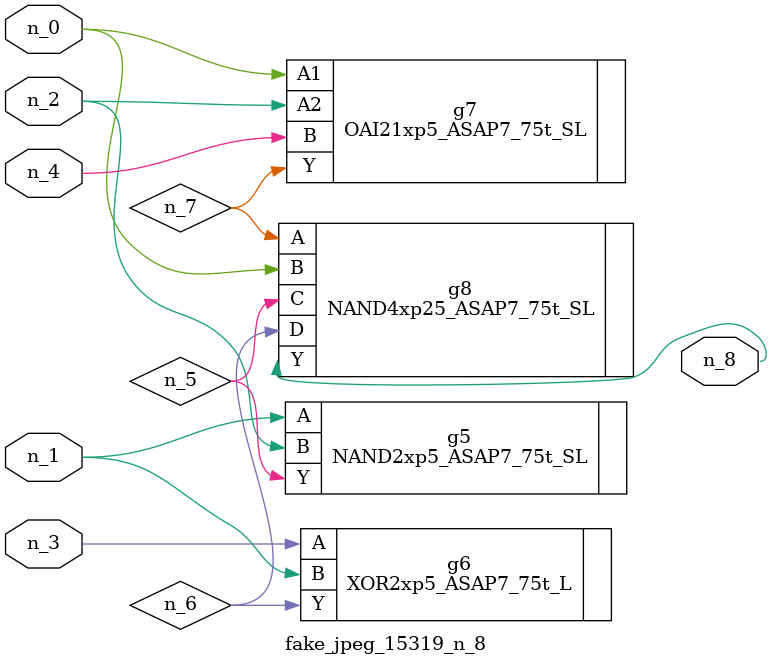
<source format=v>
module fake_jpeg_15319_n_8 (n_3, n_2, n_1, n_0, n_4, n_8);

input n_3;
input n_2;
input n_1;
input n_0;
input n_4;

output n_8;

wire n_6;
wire n_5;
wire n_7;

NAND2xp5_ASAP7_75t_SL g5 ( 
.A(n_1),
.B(n_2),
.Y(n_5)
);

XOR2xp5_ASAP7_75t_L g6 ( 
.A(n_3),
.B(n_1),
.Y(n_6)
);

OAI21xp5_ASAP7_75t_SL g7 ( 
.A1(n_0),
.A2(n_2),
.B(n_4),
.Y(n_7)
);

NAND4xp25_ASAP7_75t_SL g8 ( 
.A(n_7),
.B(n_0),
.C(n_5),
.D(n_6),
.Y(n_8)
);


endmodule
</source>
